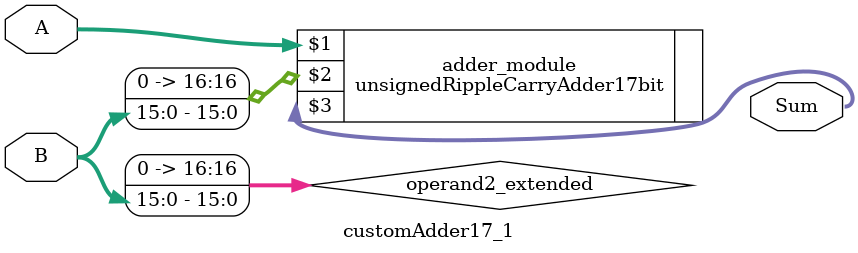
<source format=v>

module customAdder17_1(
                    input [16 : 0] A,
                    input [15 : 0] B,
                    
                    output [17 : 0] Sum
            );

    wire [16 : 0] operand2_extended;
    
    assign operand2_extended =  {1'b0, B};
    
    unsignedRippleCarryAdder17bit adder_module(
        A,
        operand2_extended,
        Sum
    );
    
endmodule
        
</source>
